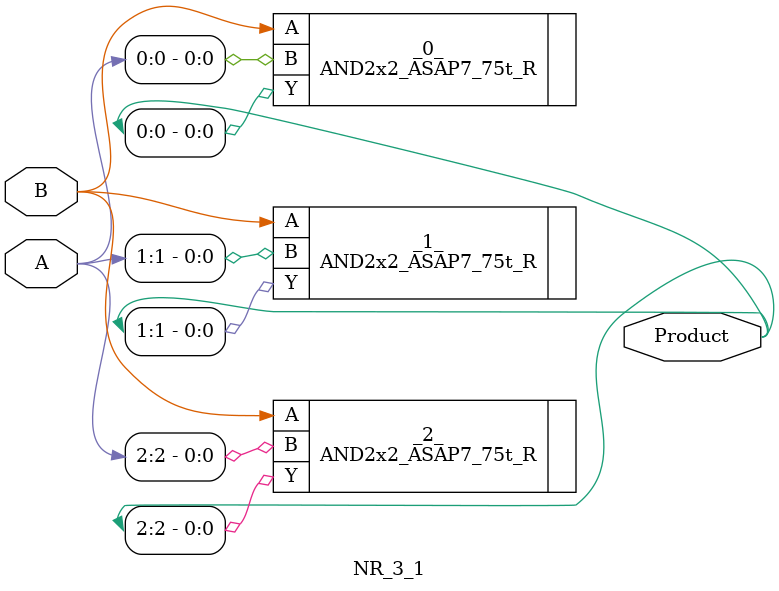
<source format=v>
/* Generated by Yosys 0.53+39 (git sha1 388955031, g++ 12.2.0-14 -fPIC -O3) */

module NR_3_1(A, B, Product);
  input [2:0] A;
  wire [2:0] A;
  input B;
  wire B;
  output [2:0] Product;
  wire [2:0] Product;
  AND2x2_ASAP7_75t_R _0_ (
    .A(B),
    .B(A[0]),
    .Y(Product[0])
  );
  AND2x2_ASAP7_75t_R _1_ (
    .A(B),
    .B(A[1]),
    .Y(Product[1])
  );
  AND2x2_ASAP7_75t_R _2_ (
    .A(B),
    .B(A[2]),
    .Y(Product[2])
  );
endmodule

</source>
